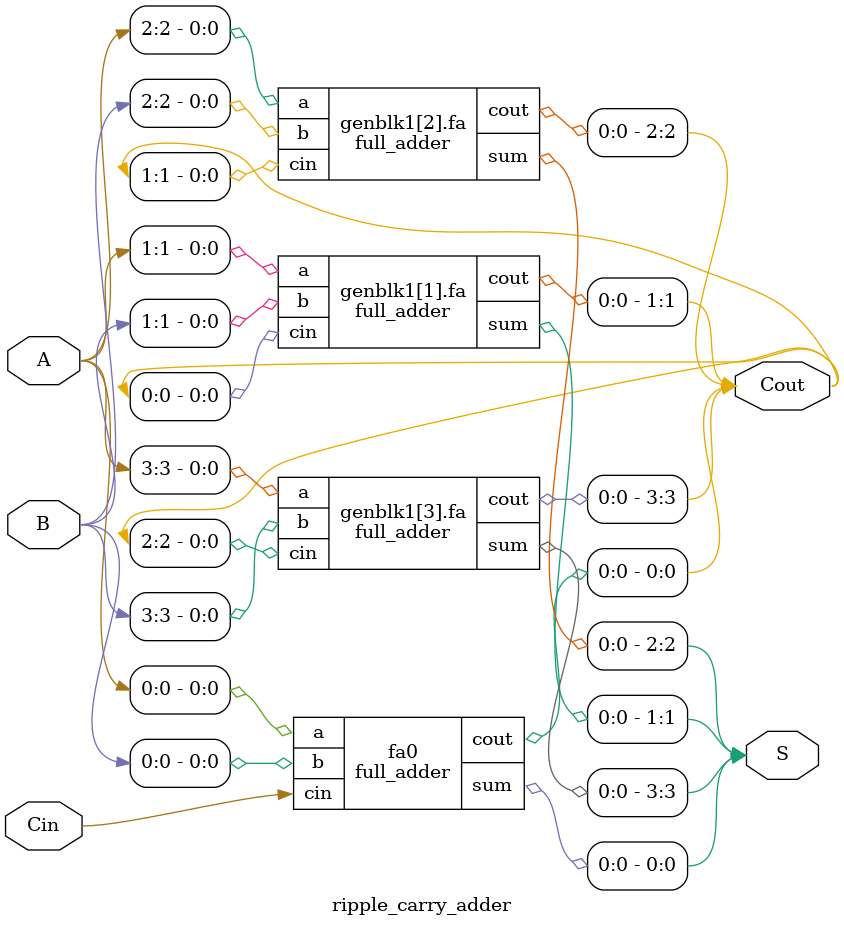
<source format=v>
module full_adder(
  input a, b, cin,
  output sum, cout
);
  
  assign sum = a^b^cin;
  assign cout = (a & b) | (b & cin) | (a & cin);
endmodule

module ripple_carry_adder #(parameter SIZE = 4) (
  input [SIZE-1:0] A, B, 
  input Cin,
  output [SIZE-1:0] S, Cout);
  
  genvar g;
  
  full_adder fa0(A[0], B[0], Cin, S[0], Cout[0]);
  generate  
    for(g = 1; g<SIZE; g++) begin
      full_adder fa(A[g], B[g], Cout[g-1], S[g], Cout[g]);
    end
  endgenerate
endmodule

</source>
